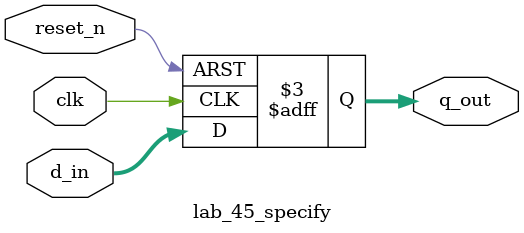
<source format=v>
`timescale 1ns / 1ps



module lab_45_specify(
                        input [7:0]d_in,
                        input clk,
                        input reset_n,
                        output reg [7:0]q_out
    );
always @(posedge clk or negedge reset_n)
begin
    if(!reset_n)
        q_out <= 8'b0;
    else
        begin
            q_out <= d_in;
        end
end

specify
    
    specparam c_to_q = 2;
 // specparam tsu = 1;
    (clk => q_out) = c_to_q;
    
endspecify    

endmodule

</source>
